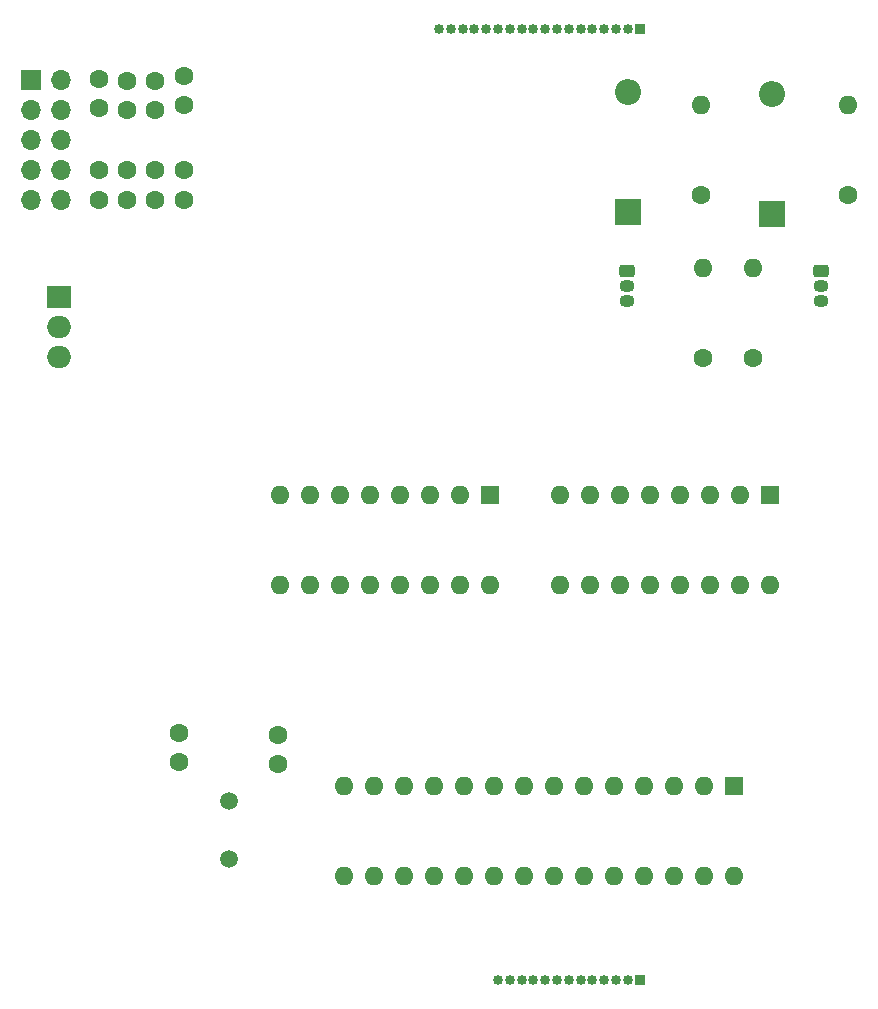
<source format=gts>
G04 #@! TF.GenerationSoftware,KiCad,Pcbnew,6.0.5-2.fc35*
G04 #@! TF.CreationDate,2022-07-06T13:19:10+02:00*
G04 #@! TF.ProjectId,back,6261636b-2e6b-4696-9361-645f70636258,rev?*
G04 #@! TF.SameCoordinates,Original*
G04 #@! TF.FileFunction,Soldermask,Top*
G04 #@! TF.FilePolarity,Negative*
%FSLAX46Y46*%
G04 Gerber Fmt 4.6, Leading zero omitted, Abs format (unit mm)*
G04 Created by KiCad (PCBNEW 6.0.5-2.fc35) date 2022-07-06 13:19:10*
%MOMM*%
%LPD*%
G01*
G04 APERTURE LIST*
G04 Aperture macros list*
%AMRoundRect*
0 Rectangle with rounded corners*
0 $1 Rounding radius*
0 $2 $3 $4 $5 $6 $7 $8 $9 X,Y pos of 4 corners*
0 Add a 4 corners polygon primitive as box body*
4,1,4,$2,$3,$4,$5,$6,$7,$8,$9,$2,$3,0*
0 Add four circle primitives for the rounded corners*
1,1,$1+$1,$2,$3*
1,1,$1+$1,$4,$5*
1,1,$1+$1,$6,$7*
1,1,$1+$1,$8,$9*
0 Add four rect primitives between the rounded corners*
20,1,$1+$1,$2,$3,$4,$5,0*
20,1,$1+$1,$4,$5,$6,$7,0*
20,1,$1+$1,$6,$7,$8,$9,0*
20,1,$1+$1,$8,$9,$2,$3,0*%
G04 Aperture macros list end*
%ADD10C,1.600000*%
%ADD11R,1.600000X1.600000*%
%ADD12O,1.600000X1.600000*%
%ADD13R,0.850000X0.850000*%
%ADD14O,0.850000X0.850000*%
%ADD15RoundRect,0.249900X-0.400100X0.275100X-0.400100X-0.275100X0.400100X-0.275100X0.400100X0.275100X0*%
%ADD16O,1.300000X1.050000*%
%ADD17R,2.200000X2.200000*%
%ADD18O,2.200000X2.200000*%
%ADD19C,1.500000*%
%ADD20R,2.000000X1.905000*%
%ADD21O,2.000000X1.905000*%
%ADD22R,1.700000X1.700000*%
%ADD23O,1.700000X1.700000*%
G04 APERTURE END LIST*
D10*
X108000000Y-58350000D03*
X108000000Y-60850000D03*
X103200000Y-61250000D03*
X103200000Y-58750000D03*
X116000000Y-116650000D03*
X116000000Y-114150000D03*
D11*
X154600000Y-118500000D03*
D12*
X152060000Y-118500000D03*
X149520000Y-118500000D03*
X146980000Y-118500000D03*
X144440000Y-118500000D03*
X141900000Y-118500000D03*
X139360000Y-118500000D03*
X136820000Y-118500000D03*
X134280000Y-118500000D03*
X131740000Y-118500000D03*
X129200000Y-118500000D03*
X126660000Y-118500000D03*
X124120000Y-118500000D03*
X121580000Y-118500000D03*
X121580000Y-126120000D03*
X124120000Y-126120000D03*
X126660000Y-126120000D03*
X129200000Y-126120000D03*
X131740000Y-126120000D03*
X134280000Y-126120000D03*
X136820000Y-126120000D03*
X139360000Y-126120000D03*
X141900000Y-126120000D03*
X144440000Y-126120000D03*
X146980000Y-126120000D03*
X149520000Y-126120000D03*
X152060000Y-126120000D03*
X154600000Y-126120000D03*
D10*
X108000000Y-68850000D03*
X108000000Y-66350000D03*
X107600000Y-116450000D03*
X107600000Y-113950000D03*
X100800000Y-68850000D03*
X100800000Y-66350000D03*
X152000000Y-82210000D03*
D12*
X152000000Y-74590000D03*
D13*
X146600000Y-54400000D03*
D14*
X145600000Y-54400000D03*
X144600000Y-54400000D03*
X143600000Y-54400000D03*
X142600000Y-54400000D03*
X141600000Y-54400000D03*
X140600000Y-54400000D03*
X139600000Y-54400000D03*
X138600000Y-54400000D03*
X137600000Y-54400000D03*
X136600000Y-54400000D03*
X135600000Y-54400000D03*
X134600000Y-54400000D03*
X133600000Y-54400000D03*
X132600000Y-54400000D03*
X131600000Y-54400000D03*
X130600000Y-54400000D03*
X129600000Y-54400000D03*
D15*
X145530000Y-74835000D03*
D16*
X145530000Y-76105000D03*
X145530000Y-77375000D03*
D17*
X157800000Y-70080000D03*
D18*
X157800000Y-59920000D03*
D13*
X146600000Y-134900000D03*
D14*
X145600000Y-134900000D03*
X144600000Y-134900000D03*
X143600000Y-134900000D03*
X142600000Y-134900000D03*
X141600000Y-134900000D03*
X140600000Y-134900000D03*
X139600000Y-134900000D03*
X138600000Y-134900000D03*
X137600000Y-134900000D03*
X136600000Y-134900000D03*
X135600000Y-134900000D03*
X134600000Y-134900000D03*
D10*
X156200000Y-82210000D03*
D12*
X156200000Y-74590000D03*
D19*
X111800000Y-119750000D03*
X111800000Y-124650000D03*
D11*
X157600000Y-93800000D03*
D12*
X155060000Y-93800000D03*
X152520000Y-93800000D03*
X149980000Y-93800000D03*
X147440000Y-93800000D03*
X144900000Y-93800000D03*
X142360000Y-93800000D03*
X139820000Y-93800000D03*
X139820000Y-101420000D03*
X142360000Y-101420000D03*
X144900000Y-101420000D03*
X147440000Y-101420000D03*
X149980000Y-101420000D03*
X152520000Y-101420000D03*
X155060000Y-101420000D03*
X157600000Y-101420000D03*
D17*
X145600000Y-69880000D03*
D18*
X145600000Y-59720000D03*
D10*
X105600000Y-68850000D03*
X105600000Y-66350000D03*
D20*
X97455000Y-77060000D03*
D21*
X97455000Y-79600000D03*
X97455000Y-82140000D03*
D10*
X151800000Y-68410000D03*
D12*
X151800000Y-60790000D03*
D10*
X105600000Y-61250000D03*
X105600000Y-58750000D03*
D15*
X161930000Y-74835000D03*
D16*
X161930000Y-76105000D03*
X161930000Y-77375000D03*
D10*
X164200000Y-68400000D03*
D12*
X164200000Y-60780000D03*
D22*
X95060000Y-58680000D03*
D23*
X97600000Y-58680000D03*
X95060000Y-61220000D03*
X97600000Y-61220000D03*
X95060000Y-63760000D03*
X97600000Y-63760000D03*
X95060000Y-66300000D03*
X97600000Y-66300000D03*
X95060000Y-68840000D03*
X97600000Y-68840000D03*
D10*
X100800000Y-61100000D03*
X100800000Y-58600000D03*
X103200000Y-68850000D03*
X103200000Y-66350000D03*
D11*
X133900000Y-93800000D03*
D12*
X131360000Y-93800000D03*
X128820000Y-93800000D03*
X126280000Y-93800000D03*
X123740000Y-93800000D03*
X121200000Y-93800000D03*
X118660000Y-93800000D03*
X116120000Y-93800000D03*
X116120000Y-101420000D03*
X118660000Y-101420000D03*
X121200000Y-101420000D03*
X123740000Y-101420000D03*
X126280000Y-101420000D03*
X128820000Y-101420000D03*
X131360000Y-101420000D03*
X133900000Y-101420000D03*
M02*

</source>
